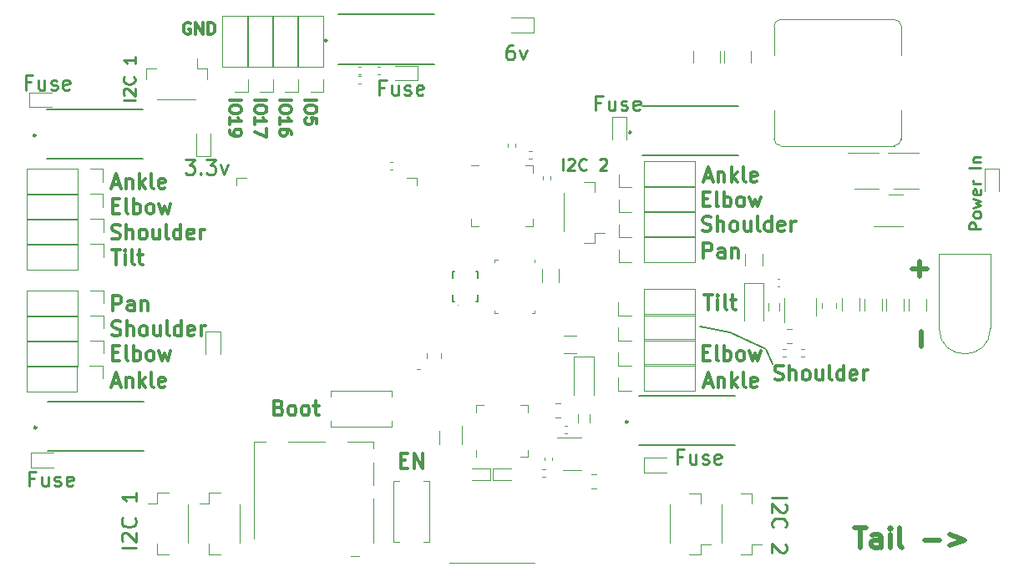
<source format=gbr>
G04 #@! TF.GenerationSoftware,KiCad,Pcbnew,5.1.7-a382d34a8~88~ubuntu18.04.1*
G04 #@! TF.CreationDate,2021-07-04T11:49:53-04:00*
G04 #@! TF.ProjectId,SmallKat v2,536d616c-6c4b-4617-9420-76322e6b6963,rev?*
G04 #@! TF.SameCoordinates,Original*
G04 #@! TF.FileFunction,Legend,Top*
G04 #@! TF.FilePolarity,Positive*
%FSLAX46Y46*%
G04 Gerber Fmt 4.6, Leading zero omitted, Abs format (unit mm)*
G04 Created by KiCad (PCBNEW 5.1.7-a382d34a8~88~ubuntu18.04.1) date 2021-07-04 11:49:53*
%MOMM*%
%LPD*%
G01*
G04 APERTURE LIST*
%ADD10C,0.250000*%
%ADD11C,0.300000*%
%ADD12C,0.500000*%
%ADD13C,0.150000*%
%ADD14C,0.120000*%
%ADD15C,0.127000*%
%ADD16C,0.100000*%
%ADD17C,0.254000*%
%ADD18C,0.200000*%
G04 APERTURE END LIST*
D10*
X79682857Y-90900000D02*
X78482857Y-90900000D01*
X78597142Y-90385714D02*
X78540000Y-90328571D01*
X78482857Y-90214285D01*
X78482857Y-89928571D01*
X78540000Y-89814285D01*
X78597142Y-89757142D01*
X78711428Y-89700000D01*
X78825714Y-89700000D01*
X78997142Y-89757142D01*
X79682857Y-90442857D01*
X79682857Y-89700000D01*
X79568571Y-88500000D02*
X79625714Y-88557142D01*
X79682857Y-88728571D01*
X79682857Y-88842857D01*
X79625714Y-89014285D01*
X79511428Y-89128571D01*
X79397142Y-89185714D01*
X79168571Y-89242857D01*
X78997142Y-89242857D01*
X78768571Y-89185714D01*
X78654285Y-89128571D01*
X78540000Y-89014285D01*
X78482857Y-88842857D01*
X78482857Y-88728571D01*
X78540000Y-88557142D01*
X78597142Y-88500000D01*
X79682857Y-86442857D02*
X79682857Y-87128571D01*
X79682857Y-86785714D02*
X78482857Y-86785714D01*
X78654285Y-86900000D01*
X78768571Y-87014285D01*
X78825714Y-87128571D01*
X123040000Y-98002857D02*
X123040000Y-96802857D01*
X123554285Y-96917142D02*
X123611428Y-96860000D01*
X123725714Y-96802857D01*
X124011428Y-96802857D01*
X124125714Y-96860000D01*
X124182857Y-96917142D01*
X124240000Y-97031428D01*
X124240000Y-97145714D01*
X124182857Y-97317142D01*
X123497142Y-98002857D01*
X124240000Y-98002857D01*
X125440000Y-97888571D02*
X125382857Y-97945714D01*
X125211428Y-98002857D01*
X125097142Y-98002857D01*
X124925714Y-97945714D01*
X124811428Y-97831428D01*
X124754285Y-97717142D01*
X124697142Y-97488571D01*
X124697142Y-97317142D01*
X124754285Y-97088571D01*
X124811428Y-96974285D01*
X124925714Y-96860000D01*
X125097142Y-96802857D01*
X125211428Y-96802857D01*
X125382857Y-96860000D01*
X125440000Y-96917142D01*
X126811428Y-96917142D02*
X126868571Y-96860000D01*
X126982857Y-96802857D01*
X127268571Y-96802857D01*
X127382857Y-96860000D01*
X127440000Y-96917142D01*
X127497142Y-97031428D01*
X127497142Y-97145714D01*
X127440000Y-97317142D01*
X126754285Y-98002857D01*
X127497142Y-98002857D01*
D11*
X89267142Y-90918571D02*
X90467142Y-90918571D01*
X90467142Y-91718571D02*
X90467142Y-91947142D01*
X90410000Y-92061428D01*
X90295714Y-92175714D01*
X90067142Y-92232857D01*
X89667142Y-92232857D01*
X89438571Y-92175714D01*
X89324285Y-92061428D01*
X89267142Y-91947142D01*
X89267142Y-91718571D01*
X89324285Y-91604285D01*
X89438571Y-91490000D01*
X89667142Y-91432857D01*
X90067142Y-91432857D01*
X90295714Y-91490000D01*
X90410000Y-91604285D01*
X90467142Y-91718571D01*
X89267142Y-93375714D02*
X89267142Y-92690000D01*
X89267142Y-93032857D02*
X90467142Y-93032857D01*
X90295714Y-92918571D01*
X90181428Y-92804285D01*
X90124285Y-92690000D01*
X89267142Y-93947142D02*
X89267142Y-94175714D01*
X89324285Y-94290000D01*
X89381428Y-94347142D01*
X89552857Y-94461428D01*
X89781428Y-94518571D01*
X90238571Y-94518571D01*
X90352857Y-94461428D01*
X90410000Y-94404285D01*
X90467142Y-94290000D01*
X90467142Y-94061428D01*
X90410000Y-93947142D01*
X90352857Y-93890000D01*
X90238571Y-93832857D01*
X89952857Y-93832857D01*
X89838571Y-93890000D01*
X89781428Y-93947142D01*
X89724285Y-94061428D01*
X89724285Y-94290000D01*
X89781428Y-94404285D01*
X89838571Y-94461428D01*
X89952857Y-94518571D01*
X91817142Y-90918571D02*
X93017142Y-90918571D01*
X93017142Y-91718571D02*
X93017142Y-91947142D01*
X92960000Y-92061428D01*
X92845714Y-92175714D01*
X92617142Y-92232857D01*
X92217142Y-92232857D01*
X91988571Y-92175714D01*
X91874285Y-92061428D01*
X91817142Y-91947142D01*
X91817142Y-91718571D01*
X91874285Y-91604285D01*
X91988571Y-91490000D01*
X92217142Y-91432857D01*
X92617142Y-91432857D01*
X92845714Y-91490000D01*
X92960000Y-91604285D01*
X93017142Y-91718571D01*
X91817142Y-93375714D02*
X91817142Y-92690000D01*
X91817142Y-93032857D02*
X93017142Y-93032857D01*
X92845714Y-92918571D01*
X92731428Y-92804285D01*
X92674285Y-92690000D01*
X93017142Y-93775714D02*
X93017142Y-94575714D01*
X91817142Y-94061428D01*
X94347142Y-90898571D02*
X95547142Y-90898571D01*
X95547142Y-91698571D02*
X95547142Y-91927142D01*
X95490000Y-92041428D01*
X95375714Y-92155714D01*
X95147142Y-92212857D01*
X94747142Y-92212857D01*
X94518571Y-92155714D01*
X94404285Y-92041428D01*
X94347142Y-91927142D01*
X94347142Y-91698571D01*
X94404285Y-91584285D01*
X94518571Y-91470000D01*
X94747142Y-91412857D01*
X95147142Y-91412857D01*
X95375714Y-91470000D01*
X95490000Y-91584285D01*
X95547142Y-91698571D01*
X94347142Y-93355714D02*
X94347142Y-92670000D01*
X94347142Y-93012857D02*
X95547142Y-93012857D01*
X95375714Y-92898571D01*
X95261428Y-92784285D01*
X95204285Y-92670000D01*
X95547142Y-94384285D02*
X95547142Y-94155714D01*
X95490000Y-94041428D01*
X95432857Y-93984285D01*
X95261428Y-93870000D01*
X95032857Y-93812857D01*
X94575714Y-93812857D01*
X94461428Y-93870000D01*
X94404285Y-93927142D01*
X94347142Y-94041428D01*
X94347142Y-94270000D01*
X94404285Y-94384285D01*
X94461428Y-94441428D01*
X94575714Y-94498571D01*
X94861428Y-94498571D01*
X94975714Y-94441428D01*
X95032857Y-94384285D01*
X95090000Y-94270000D01*
X95090000Y-94041428D01*
X95032857Y-93927142D01*
X94975714Y-93870000D01*
X94861428Y-93812857D01*
X96917142Y-90890000D02*
X98117142Y-90890000D01*
X98117142Y-91690000D02*
X98117142Y-91918571D01*
X98060000Y-92032857D01*
X97945714Y-92147142D01*
X97717142Y-92204285D01*
X97317142Y-92204285D01*
X97088571Y-92147142D01*
X96974285Y-92032857D01*
X96917142Y-91918571D01*
X96917142Y-91690000D01*
X96974285Y-91575714D01*
X97088571Y-91461428D01*
X97317142Y-91404285D01*
X97717142Y-91404285D01*
X97945714Y-91461428D01*
X98060000Y-91575714D01*
X98117142Y-91690000D01*
X98117142Y-93290000D02*
X98117142Y-92718571D01*
X97545714Y-92661428D01*
X97602857Y-92718571D01*
X97660000Y-92832857D01*
X97660000Y-93118571D01*
X97602857Y-93232857D01*
X97545714Y-93290000D01*
X97431428Y-93347142D01*
X97145714Y-93347142D01*
X97031428Y-93290000D01*
X96974285Y-93232857D01*
X96917142Y-93118571D01*
X96917142Y-92832857D01*
X96974285Y-92718571D01*
X97031428Y-92661428D01*
X85265714Y-83060000D02*
X85151428Y-83002857D01*
X84980000Y-83002857D01*
X84808571Y-83060000D01*
X84694285Y-83174285D01*
X84637142Y-83288571D01*
X84580000Y-83517142D01*
X84580000Y-83688571D01*
X84637142Y-83917142D01*
X84694285Y-84031428D01*
X84808571Y-84145714D01*
X84980000Y-84202857D01*
X85094285Y-84202857D01*
X85265714Y-84145714D01*
X85322857Y-84088571D01*
X85322857Y-83688571D01*
X85094285Y-83688571D01*
X85837142Y-84202857D02*
X85837142Y-83002857D01*
X86522857Y-84202857D01*
X86522857Y-83002857D01*
X87094285Y-84202857D02*
X87094285Y-83002857D01*
X87380000Y-83002857D01*
X87551428Y-83060000D01*
X87665714Y-83174285D01*
X87722857Y-83288571D01*
X87780000Y-83517142D01*
X87780000Y-83688571D01*
X87722857Y-83917142D01*
X87665714Y-84031428D01*
X87551428Y-84145714D01*
X87380000Y-84202857D01*
X87094285Y-84202857D01*
D10*
X165422857Y-103957142D02*
X164222857Y-103957142D01*
X164222857Y-103500000D01*
X164280000Y-103385714D01*
X164337142Y-103328571D01*
X164451428Y-103271428D01*
X164622857Y-103271428D01*
X164737142Y-103328571D01*
X164794285Y-103385714D01*
X164851428Y-103500000D01*
X164851428Y-103957142D01*
X165422857Y-102585714D02*
X165365714Y-102700000D01*
X165308571Y-102757142D01*
X165194285Y-102814285D01*
X164851428Y-102814285D01*
X164737142Y-102757142D01*
X164680000Y-102700000D01*
X164622857Y-102585714D01*
X164622857Y-102414285D01*
X164680000Y-102300000D01*
X164737142Y-102242857D01*
X164851428Y-102185714D01*
X165194285Y-102185714D01*
X165308571Y-102242857D01*
X165365714Y-102300000D01*
X165422857Y-102414285D01*
X165422857Y-102585714D01*
X164622857Y-101785714D02*
X165422857Y-101557142D01*
X164851428Y-101328571D01*
X165422857Y-101100000D01*
X164622857Y-100871428D01*
X165365714Y-99957142D02*
X165422857Y-100071428D01*
X165422857Y-100300000D01*
X165365714Y-100414285D01*
X165251428Y-100471428D01*
X164794285Y-100471428D01*
X164680000Y-100414285D01*
X164622857Y-100300000D01*
X164622857Y-100071428D01*
X164680000Y-99957142D01*
X164794285Y-99900000D01*
X164908571Y-99900000D01*
X165022857Y-100471428D01*
X165422857Y-99385714D02*
X164622857Y-99385714D01*
X164851428Y-99385714D02*
X164737142Y-99328571D01*
X164680000Y-99271428D01*
X164622857Y-99157142D01*
X164622857Y-99042857D01*
X165422857Y-97728571D02*
X164222857Y-97728571D01*
X164622857Y-97157142D02*
X165422857Y-97157142D01*
X164737142Y-97157142D02*
X164680000Y-97100000D01*
X164622857Y-96985714D01*
X164622857Y-96814285D01*
X164680000Y-96700000D01*
X164794285Y-96642857D01*
X165422857Y-96642857D01*
D12*
X159412857Y-115881904D02*
X159412857Y-114358095D01*
X158448095Y-107962857D02*
X159971904Y-107962857D01*
X159210000Y-108724761D02*
X159210000Y-107200952D01*
X152605714Y-134224761D02*
X153748571Y-134224761D01*
X153177142Y-136224761D02*
X153177142Y-134224761D01*
X155272380Y-136224761D02*
X155272380Y-135177142D01*
X155177142Y-134986666D01*
X154986666Y-134891428D01*
X154605714Y-134891428D01*
X154415238Y-134986666D01*
X155272380Y-136129523D02*
X155081904Y-136224761D01*
X154605714Y-136224761D01*
X154415238Y-136129523D01*
X154320000Y-135939047D01*
X154320000Y-135748571D01*
X154415238Y-135558095D01*
X154605714Y-135462857D01*
X155081904Y-135462857D01*
X155272380Y-135367619D01*
X156224761Y-136224761D02*
X156224761Y-134891428D01*
X156224761Y-134224761D02*
X156129523Y-134320000D01*
X156224761Y-134415238D01*
X156320000Y-134320000D01*
X156224761Y-134224761D01*
X156224761Y-134415238D01*
X157462857Y-136224761D02*
X157272380Y-136129523D01*
X157177142Y-135939047D01*
X157177142Y-134224761D01*
X159748571Y-135462857D02*
X161272380Y-135462857D01*
X162224761Y-134891428D02*
X163748571Y-135462857D01*
X162224761Y-136034285D01*
D10*
X79808571Y-136250000D02*
X78308571Y-136250000D01*
X78451428Y-135607142D02*
X78380000Y-135535714D01*
X78308571Y-135392857D01*
X78308571Y-135035714D01*
X78380000Y-134892857D01*
X78451428Y-134821428D01*
X78594285Y-134750000D01*
X78737142Y-134750000D01*
X78951428Y-134821428D01*
X79808571Y-135678571D01*
X79808571Y-134750000D01*
X79665714Y-133250000D02*
X79737142Y-133321428D01*
X79808571Y-133535714D01*
X79808571Y-133678571D01*
X79737142Y-133892857D01*
X79594285Y-134035714D01*
X79451428Y-134107142D01*
X79165714Y-134178571D01*
X78951428Y-134178571D01*
X78665714Y-134107142D01*
X78522857Y-134035714D01*
X78380000Y-133892857D01*
X78308571Y-133678571D01*
X78308571Y-133535714D01*
X78380000Y-133321428D01*
X78451428Y-133250000D01*
X79808571Y-130678571D02*
X79808571Y-131535714D01*
X79808571Y-131107142D02*
X78308571Y-131107142D01*
X78522857Y-131250000D01*
X78665714Y-131392857D01*
X78737142Y-131535714D01*
X144231428Y-131190000D02*
X145731428Y-131190000D01*
X145588571Y-131832857D02*
X145660000Y-131904285D01*
X145731428Y-132047142D01*
X145731428Y-132404285D01*
X145660000Y-132547142D01*
X145588571Y-132618571D01*
X145445714Y-132690000D01*
X145302857Y-132690000D01*
X145088571Y-132618571D01*
X144231428Y-131761428D01*
X144231428Y-132690000D01*
X144374285Y-134190000D02*
X144302857Y-134118571D01*
X144231428Y-133904285D01*
X144231428Y-133761428D01*
X144302857Y-133547142D01*
X144445714Y-133404285D01*
X144588571Y-133332857D01*
X144874285Y-133261428D01*
X145088571Y-133261428D01*
X145374285Y-133332857D01*
X145517142Y-133404285D01*
X145660000Y-133547142D01*
X145731428Y-133761428D01*
X145731428Y-133904285D01*
X145660000Y-134118571D01*
X145588571Y-134190000D01*
X145588571Y-135904285D02*
X145660000Y-135975714D01*
X145731428Y-136118571D01*
X145731428Y-136475714D01*
X145660000Y-136618571D01*
X145588571Y-136690000D01*
X145445714Y-136761428D01*
X145302857Y-136761428D01*
X145088571Y-136690000D01*
X144231428Y-135832857D01*
X144231428Y-136761428D01*
D13*
X136900000Y-113850000D02*
X140000000Y-114450000D01*
X140000000Y-114450000D02*
X143650000Y-116100000D01*
X143650000Y-116100000D02*
X144280000Y-117680000D01*
D10*
X126885714Y-91142857D02*
X126385714Y-91142857D01*
X126385714Y-91928571D02*
X126385714Y-90428571D01*
X127100000Y-90428571D01*
X128314285Y-90928571D02*
X128314285Y-91928571D01*
X127671428Y-90928571D02*
X127671428Y-91714285D01*
X127742857Y-91857142D01*
X127885714Y-91928571D01*
X128100000Y-91928571D01*
X128242857Y-91857142D01*
X128314285Y-91785714D01*
X128957142Y-91857142D02*
X129100000Y-91928571D01*
X129385714Y-91928571D01*
X129528571Y-91857142D01*
X129600000Y-91714285D01*
X129600000Y-91642857D01*
X129528571Y-91500000D01*
X129385714Y-91428571D01*
X129171428Y-91428571D01*
X129028571Y-91357142D01*
X128957142Y-91214285D01*
X128957142Y-91142857D01*
X129028571Y-91000000D01*
X129171428Y-90928571D01*
X129385714Y-90928571D01*
X129528571Y-91000000D01*
X130814285Y-91857142D02*
X130671428Y-91928571D01*
X130385714Y-91928571D01*
X130242857Y-91857142D01*
X130171428Y-91714285D01*
X130171428Y-91142857D01*
X130242857Y-91000000D01*
X130385714Y-90928571D01*
X130671428Y-90928571D01*
X130814285Y-91000000D01*
X130885714Y-91142857D01*
X130885714Y-91285714D01*
X130171428Y-91428571D01*
X104935714Y-89592857D02*
X104435714Y-89592857D01*
X104435714Y-90378571D02*
X104435714Y-88878571D01*
X105150000Y-88878571D01*
X106364285Y-89378571D02*
X106364285Y-90378571D01*
X105721428Y-89378571D02*
X105721428Y-90164285D01*
X105792857Y-90307142D01*
X105935714Y-90378571D01*
X106150000Y-90378571D01*
X106292857Y-90307142D01*
X106364285Y-90235714D01*
X107007142Y-90307142D02*
X107150000Y-90378571D01*
X107435714Y-90378571D01*
X107578571Y-90307142D01*
X107650000Y-90164285D01*
X107650000Y-90092857D01*
X107578571Y-89950000D01*
X107435714Y-89878571D01*
X107221428Y-89878571D01*
X107078571Y-89807142D01*
X107007142Y-89664285D01*
X107007142Y-89592857D01*
X107078571Y-89450000D01*
X107221428Y-89378571D01*
X107435714Y-89378571D01*
X107578571Y-89450000D01*
X108864285Y-90307142D02*
X108721428Y-90378571D01*
X108435714Y-90378571D01*
X108292857Y-90307142D01*
X108221428Y-90164285D01*
X108221428Y-89592857D01*
X108292857Y-89450000D01*
X108435714Y-89378571D01*
X108721428Y-89378571D01*
X108864285Y-89450000D01*
X108935714Y-89592857D01*
X108935714Y-89735714D01*
X108221428Y-89878571D01*
X135125714Y-127012857D02*
X134625714Y-127012857D01*
X134625714Y-127798571D02*
X134625714Y-126298571D01*
X135340000Y-126298571D01*
X136554285Y-126798571D02*
X136554285Y-127798571D01*
X135911428Y-126798571D02*
X135911428Y-127584285D01*
X135982857Y-127727142D01*
X136125714Y-127798571D01*
X136340000Y-127798571D01*
X136482857Y-127727142D01*
X136554285Y-127655714D01*
X137197142Y-127727142D02*
X137340000Y-127798571D01*
X137625714Y-127798571D01*
X137768571Y-127727142D01*
X137840000Y-127584285D01*
X137840000Y-127512857D01*
X137768571Y-127370000D01*
X137625714Y-127298571D01*
X137411428Y-127298571D01*
X137268571Y-127227142D01*
X137197142Y-127084285D01*
X137197142Y-127012857D01*
X137268571Y-126870000D01*
X137411428Y-126798571D01*
X137625714Y-126798571D01*
X137768571Y-126870000D01*
X139054285Y-127727142D02*
X138911428Y-127798571D01*
X138625714Y-127798571D01*
X138482857Y-127727142D01*
X138411428Y-127584285D01*
X138411428Y-127012857D01*
X138482857Y-126870000D01*
X138625714Y-126798571D01*
X138911428Y-126798571D01*
X139054285Y-126870000D01*
X139125714Y-127012857D01*
X139125714Y-127155714D01*
X138411428Y-127298571D01*
X69435714Y-129242857D02*
X68935714Y-129242857D01*
X68935714Y-130028571D02*
X68935714Y-128528571D01*
X69650000Y-128528571D01*
X70864285Y-129028571D02*
X70864285Y-130028571D01*
X70221428Y-129028571D02*
X70221428Y-129814285D01*
X70292857Y-129957142D01*
X70435714Y-130028571D01*
X70650000Y-130028571D01*
X70792857Y-129957142D01*
X70864285Y-129885714D01*
X71507142Y-129957142D02*
X71650000Y-130028571D01*
X71935714Y-130028571D01*
X72078571Y-129957142D01*
X72150000Y-129814285D01*
X72150000Y-129742857D01*
X72078571Y-129600000D01*
X71935714Y-129528571D01*
X71721428Y-129528571D01*
X71578571Y-129457142D01*
X71507142Y-129314285D01*
X71507142Y-129242857D01*
X71578571Y-129100000D01*
X71721428Y-129028571D01*
X71935714Y-129028571D01*
X72078571Y-129100000D01*
X73364285Y-129957142D02*
X73221428Y-130028571D01*
X72935714Y-130028571D01*
X72792857Y-129957142D01*
X72721428Y-129814285D01*
X72721428Y-129242857D01*
X72792857Y-129100000D01*
X72935714Y-129028571D01*
X73221428Y-129028571D01*
X73364285Y-129100000D01*
X73435714Y-129242857D01*
X73435714Y-129385714D01*
X72721428Y-129528571D01*
X69085714Y-89042857D02*
X68585714Y-89042857D01*
X68585714Y-89828571D02*
X68585714Y-88328571D01*
X69300000Y-88328571D01*
X70514285Y-88828571D02*
X70514285Y-89828571D01*
X69871428Y-88828571D02*
X69871428Y-89614285D01*
X69942857Y-89757142D01*
X70085714Y-89828571D01*
X70300000Y-89828571D01*
X70442857Y-89757142D01*
X70514285Y-89685714D01*
X71157142Y-89757142D02*
X71300000Y-89828571D01*
X71585714Y-89828571D01*
X71728571Y-89757142D01*
X71800000Y-89614285D01*
X71800000Y-89542857D01*
X71728571Y-89400000D01*
X71585714Y-89328571D01*
X71371428Y-89328571D01*
X71228571Y-89257142D01*
X71157142Y-89114285D01*
X71157142Y-89042857D01*
X71228571Y-88900000D01*
X71371428Y-88828571D01*
X71585714Y-88828571D01*
X71728571Y-88900000D01*
X73014285Y-89757142D02*
X72871428Y-89828571D01*
X72585714Y-89828571D01*
X72442857Y-89757142D01*
X72371428Y-89614285D01*
X72371428Y-89042857D01*
X72442857Y-88900000D01*
X72585714Y-88828571D01*
X72871428Y-88828571D01*
X73014285Y-88900000D01*
X73085714Y-89042857D01*
X73085714Y-89185714D01*
X72371428Y-89328571D01*
X84777142Y-96918571D02*
X85705714Y-96918571D01*
X85205714Y-97490000D01*
X85420000Y-97490000D01*
X85562857Y-97561428D01*
X85634285Y-97632857D01*
X85705714Y-97775714D01*
X85705714Y-98132857D01*
X85634285Y-98275714D01*
X85562857Y-98347142D01*
X85420000Y-98418571D01*
X84991428Y-98418571D01*
X84848571Y-98347142D01*
X84777142Y-98275714D01*
X86348571Y-98275714D02*
X86420000Y-98347142D01*
X86348571Y-98418571D01*
X86277142Y-98347142D01*
X86348571Y-98275714D01*
X86348571Y-98418571D01*
X86920000Y-96918571D02*
X87848571Y-96918571D01*
X87348571Y-97490000D01*
X87562857Y-97490000D01*
X87705714Y-97561428D01*
X87777142Y-97632857D01*
X87848571Y-97775714D01*
X87848571Y-98132857D01*
X87777142Y-98275714D01*
X87705714Y-98347142D01*
X87562857Y-98418571D01*
X87134285Y-98418571D01*
X86991428Y-98347142D01*
X86920000Y-98275714D01*
X88348571Y-97418571D02*
X88705714Y-98418571D01*
X89062857Y-97418571D01*
X118014285Y-85278571D02*
X117728571Y-85278571D01*
X117585714Y-85350000D01*
X117514285Y-85421428D01*
X117371428Y-85635714D01*
X117300000Y-85921428D01*
X117300000Y-86492857D01*
X117371428Y-86635714D01*
X117442857Y-86707142D01*
X117585714Y-86778571D01*
X117871428Y-86778571D01*
X118014285Y-86707142D01*
X118085714Y-86635714D01*
X118157142Y-86492857D01*
X118157142Y-86135714D01*
X118085714Y-85992857D01*
X118014285Y-85921428D01*
X117871428Y-85850000D01*
X117585714Y-85850000D01*
X117442857Y-85921428D01*
X117371428Y-85992857D01*
X117300000Y-86135714D01*
X118657142Y-85778571D02*
X119014285Y-86778571D01*
X119371428Y-85778571D01*
D11*
X94271428Y-122052857D02*
X94485714Y-122124285D01*
X94557142Y-122195714D01*
X94628571Y-122338571D01*
X94628571Y-122552857D01*
X94557142Y-122695714D01*
X94485714Y-122767142D01*
X94342857Y-122838571D01*
X93771428Y-122838571D01*
X93771428Y-121338571D01*
X94271428Y-121338571D01*
X94414285Y-121410000D01*
X94485714Y-121481428D01*
X94557142Y-121624285D01*
X94557142Y-121767142D01*
X94485714Y-121910000D01*
X94414285Y-121981428D01*
X94271428Y-122052857D01*
X93771428Y-122052857D01*
X95485714Y-122838571D02*
X95342857Y-122767142D01*
X95271428Y-122695714D01*
X95200000Y-122552857D01*
X95200000Y-122124285D01*
X95271428Y-121981428D01*
X95342857Y-121910000D01*
X95485714Y-121838571D01*
X95700000Y-121838571D01*
X95842857Y-121910000D01*
X95914285Y-121981428D01*
X95985714Y-122124285D01*
X95985714Y-122552857D01*
X95914285Y-122695714D01*
X95842857Y-122767142D01*
X95700000Y-122838571D01*
X95485714Y-122838571D01*
X96842857Y-122838571D02*
X96700000Y-122767142D01*
X96628571Y-122695714D01*
X96557142Y-122552857D01*
X96557142Y-122124285D01*
X96628571Y-121981428D01*
X96700000Y-121910000D01*
X96842857Y-121838571D01*
X97057142Y-121838571D01*
X97200000Y-121910000D01*
X97271428Y-121981428D01*
X97342857Y-122124285D01*
X97342857Y-122552857D01*
X97271428Y-122695714D01*
X97200000Y-122767142D01*
X97057142Y-122838571D01*
X96842857Y-122838571D01*
X97771428Y-121838571D02*
X98342857Y-121838571D01*
X97985714Y-121338571D02*
X97985714Y-122624285D01*
X98057142Y-122767142D01*
X98200000Y-122838571D01*
X98342857Y-122838571D01*
X106588857Y-127400857D02*
X107088857Y-127400857D01*
X107303142Y-128186571D02*
X106588857Y-128186571D01*
X106588857Y-126686571D01*
X107303142Y-126686571D01*
X107946000Y-128186571D02*
X107946000Y-126686571D01*
X108803142Y-128186571D01*
X108803142Y-126686571D01*
X77450000Y-112228571D02*
X77450000Y-110728571D01*
X78021428Y-110728571D01*
X78164285Y-110800000D01*
X78235714Y-110871428D01*
X78307142Y-111014285D01*
X78307142Y-111228571D01*
X78235714Y-111371428D01*
X78164285Y-111442857D01*
X78021428Y-111514285D01*
X77450000Y-111514285D01*
X79592857Y-112228571D02*
X79592857Y-111442857D01*
X79521428Y-111300000D01*
X79378571Y-111228571D01*
X79092857Y-111228571D01*
X78950000Y-111300000D01*
X79592857Y-112157142D02*
X79450000Y-112228571D01*
X79092857Y-112228571D01*
X78950000Y-112157142D01*
X78878571Y-112014285D01*
X78878571Y-111871428D01*
X78950000Y-111728571D01*
X79092857Y-111657142D01*
X79450000Y-111657142D01*
X79592857Y-111585714D01*
X80307142Y-111228571D02*
X80307142Y-112228571D01*
X80307142Y-111371428D02*
X80378571Y-111300000D01*
X80521428Y-111228571D01*
X80735714Y-111228571D01*
X80878571Y-111300000D01*
X80950000Y-111442857D01*
X80950000Y-112228571D01*
X77292857Y-106028571D02*
X78150000Y-106028571D01*
X77721428Y-107528571D02*
X77721428Y-106028571D01*
X78650000Y-107528571D02*
X78650000Y-106528571D01*
X78650000Y-106028571D02*
X78578571Y-106100000D01*
X78650000Y-106171428D01*
X78721428Y-106100000D01*
X78650000Y-106028571D01*
X78650000Y-106171428D01*
X79578571Y-107528571D02*
X79435714Y-107457142D01*
X79364285Y-107314285D01*
X79364285Y-106028571D01*
X79935714Y-106528571D02*
X80507142Y-106528571D01*
X80150000Y-106028571D02*
X80150000Y-107314285D01*
X80221428Y-107457142D01*
X80364285Y-107528571D01*
X80507142Y-107528571D01*
X137392857Y-110628571D02*
X138250000Y-110628571D01*
X137821428Y-112128571D02*
X137821428Y-110628571D01*
X138750000Y-112128571D02*
X138750000Y-111128571D01*
X138750000Y-110628571D02*
X138678571Y-110700000D01*
X138750000Y-110771428D01*
X138821428Y-110700000D01*
X138750000Y-110628571D01*
X138750000Y-110771428D01*
X139678571Y-112128571D02*
X139535714Y-112057142D01*
X139464285Y-111914285D01*
X139464285Y-110628571D01*
X140035714Y-111128571D02*
X140607142Y-111128571D01*
X140250000Y-110628571D02*
X140250000Y-111914285D01*
X140321428Y-112057142D01*
X140464285Y-112128571D01*
X140607142Y-112128571D01*
X137300000Y-106878571D02*
X137300000Y-105378571D01*
X137871428Y-105378571D01*
X138014285Y-105450000D01*
X138085714Y-105521428D01*
X138157142Y-105664285D01*
X138157142Y-105878571D01*
X138085714Y-106021428D01*
X138014285Y-106092857D01*
X137871428Y-106164285D01*
X137300000Y-106164285D01*
X139442857Y-106878571D02*
X139442857Y-106092857D01*
X139371428Y-105950000D01*
X139228571Y-105878571D01*
X138942857Y-105878571D01*
X138800000Y-105950000D01*
X139442857Y-106807142D02*
X139300000Y-106878571D01*
X138942857Y-106878571D01*
X138800000Y-106807142D01*
X138728571Y-106664285D01*
X138728571Y-106521428D01*
X138800000Y-106378571D01*
X138942857Y-106307142D01*
X139300000Y-106307142D01*
X139442857Y-106235714D01*
X140157142Y-105878571D02*
X140157142Y-106878571D01*
X140157142Y-106021428D02*
X140228571Y-105950000D01*
X140371428Y-105878571D01*
X140585714Y-105878571D01*
X140728571Y-105950000D01*
X140800000Y-106092857D01*
X140800000Y-106878571D01*
X144527142Y-119197142D02*
X144741428Y-119268571D01*
X145098571Y-119268571D01*
X145241428Y-119197142D01*
X145312857Y-119125714D01*
X145384285Y-118982857D01*
X145384285Y-118840000D01*
X145312857Y-118697142D01*
X145241428Y-118625714D01*
X145098571Y-118554285D01*
X144812857Y-118482857D01*
X144670000Y-118411428D01*
X144598571Y-118340000D01*
X144527142Y-118197142D01*
X144527142Y-118054285D01*
X144598571Y-117911428D01*
X144670000Y-117840000D01*
X144812857Y-117768571D01*
X145170000Y-117768571D01*
X145384285Y-117840000D01*
X146027142Y-119268571D02*
X146027142Y-117768571D01*
X146670000Y-119268571D02*
X146670000Y-118482857D01*
X146598571Y-118340000D01*
X146455714Y-118268571D01*
X146241428Y-118268571D01*
X146098571Y-118340000D01*
X146027142Y-118411428D01*
X147598571Y-119268571D02*
X147455714Y-119197142D01*
X147384285Y-119125714D01*
X147312857Y-118982857D01*
X147312857Y-118554285D01*
X147384285Y-118411428D01*
X147455714Y-118340000D01*
X147598571Y-118268571D01*
X147812857Y-118268571D01*
X147955714Y-118340000D01*
X148027142Y-118411428D01*
X148098571Y-118554285D01*
X148098571Y-118982857D01*
X148027142Y-119125714D01*
X147955714Y-119197142D01*
X147812857Y-119268571D01*
X147598571Y-119268571D01*
X149384285Y-118268571D02*
X149384285Y-119268571D01*
X148741428Y-118268571D02*
X148741428Y-119054285D01*
X148812857Y-119197142D01*
X148955714Y-119268571D01*
X149170000Y-119268571D01*
X149312857Y-119197142D01*
X149384285Y-119125714D01*
X150312857Y-119268571D02*
X150170000Y-119197142D01*
X150098571Y-119054285D01*
X150098571Y-117768571D01*
X151527142Y-119268571D02*
X151527142Y-117768571D01*
X151527142Y-119197142D02*
X151384285Y-119268571D01*
X151098571Y-119268571D01*
X150955714Y-119197142D01*
X150884285Y-119125714D01*
X150812857Y-118982857D01*
X150812857Y-118554285D01*
X150884285Y-118411428D01*
X150955714Y-118340000D01*
X151098571Y-118268571D01*
X151384285Y-118268571D01*
X151527142Y-118340000D01*
X152812857Y-119197142D02*
X152670000Y-119268571D01*
X152384285Y-119268571D01*
X152241428Y-119197142D01*
X152170000Y-119054285D01*
X152170000Y-118482857D01*
X152241428Y-118340000D01*
X152384285Y-118268571D01*
X152670000Y-118268571D01*
X152812857Y-118340000D01*
X152884285Y-118482857D01*
X152884285Y-118625714D01*
X152170000Y-118768571D01*
X153527142Y-119268571D02*
X153527142Y-118268571D01*
X153527142Y-118554285D02*
X153598571Y-118411428D01*
X153670000Y-118340000D01*
X153812857Y-118268571D01*
X153955714Y-118268571D01*
X137207142Y-104107142D02*
X137421428Y-104178571D01*
X137778571Y-104178571D01*
X137921428Y-104107142D01*
X137992857Y-104035714D01*
X138064285Y-103892857D01*
X138064285Y-103750000D01*
X137992857Y-103607142D01*
X137921428Y-103535714D01*
X137778571Y-103464285D01*
X137492857Y-103392857D01*
X137350000Y-103321428D01*
X137278571Y-103250000D01*
X137207142Y-103107142D01*
X137207142Y-102964285D01*
X137278571Y-102821428D01*
X137350000Y-102750000D01*
X137492857Y-102678571D01*
X137850000Y-102678571D01*
X138064285Y-102750000D01*
X138707142Y-104178571D02*
X138707142Y-102678571D01*
X139350000Y-104178571D02*
X139350000Y-103392857D01*
X139278571Y-103250000D01*
X139135714Y-103178571D01*
X138921428Y-103178571D01*
X138778571Y-103250000D01*
X138707142Y-103321428D01*
X140278571Y-104178571D02*
X140135714Y-104107142D01*
X140064285Y-104035714D01*
X139992857Y-103892857D01*
X139992857Y-103464285D01*
X140064285Y-103321428D01*
X140135714Y-103250000D01*
X140278571Y-103178571D01*
X140492857Y-103178571D01*
X140635714Y-103250000D01*
X140707142Y-103321428D01*
X140778571Y-103464285D01*
X140778571Y-103892857D01*
X140707142Y-104035714D01*
X140635714Y-104107142D01*
X140492857Y-104178571D01*
X140278571Y-104178571D01*
X142064285Y-103178571D02*
X142064285Y-104178571D01*
X141421428Y-103178571D02*
X141421428Y-103964285D01*
X141492857Y-104107142D01*
X141635714Y-104178571D01*
X141850000Y-104178571D01*
X141992857Y-104107142D01*
X142064285Y-104035714D01*
X142992857Y-104178571D02*
X142850000Y-104107142D01*
X142778571Y-103964285D01*
X142778571Y-102678571D01*
X144207142Y-104178571D02*
X144207142Y-102678571D01*
X144207142Y-104107142D02*
X144064285Y-104178571D01*
X143778571Y-104178571D01*
X143635714Y-104107142D01*
X143564285Y-104035714D01*
X143492857Y-103892857D01*
X143492857Y-103464285D01*
X143564285Y-103321428D01*
X143635714Y-103250000D01*
X143778571Y-103178571D01*
X144064285Y-103178571D01*
X144207142Y-103250000D01*
X145492857Y-104107142D02*
X145350000Y-104178571D01*
X145064285Y-104178571D01*
X144921428Y-104107142D01*
X144850000Y-103964285D01*
X144850000Y-103392857D01*
X144921428Y-103250000D01*
X145064285Y-103178571D01*
X145350000Y-103178571D01*
X145492857Y-103250000D01*
X145564285Y-103392857D01*
X145564285Y-103535714D01*
X144850000Y-103678571D01*
X146207142Y-104178571D02*
X146207142Y-103178571D01*
X146207142Y-103464285D02*
X146278571Y-103321428D01*
X146350000Y-103250000D01*
X146492857Y-103178571D01*
X146635714Y-103178571D01*
X77357142Y-114707142D02*
X77571428Y-114778571D01*
X77928571Y-114778571D01*
X78071428Y-114707142D01*
X78142857Y-114635714D01*
X78214285Y-114492857D01*
X78214285Y-114350000D01*
X78142857Y-114207142D01*
X78071428Y-114135714D01*
X77928571Y-114064285D01*
X77642857Y-113992857D01*
X77500000Y-113921428D01*
X77428571Y-113850000D01*
X77357142Y-113707142D01*
X77357142Y-113564285D01*
X77428571Y-113421428D01*
X77500000Y-113350000D01*
X77642857Y-113278571D01*
X78000000Y-113278571D01*
X78214285Y-113350000D01*
X78857142Y-114778571D02*
X78857142Y-113278571D01*
X79500000Y-114778571D02*
X79500000Y-113992857D01*
X79428571Y-113850000D01*
X79285714Y-113778571D01*
X79071428Y-113778571D01*
X78928571Y-113850000D01*
X78857142Y-113921428D01*
X80428571Y-114778571D02*
X80285714Y-114707142D01*
X80214285Y-114635714D01*
X80142857Y-114492857D01*
X80142857Y-114064285D01*
X80214285Y-113921428D01*
X80285714Y-113850000D01*
X80428571Y-113778571D01*
X80642857Y-113778571D01*
X80785714Y-113850000D01*
X80857142Y-113921428D01*
X80928571Y-114064285D01*
X80928571Y-114492857D01*
X80857142Y-114635714D01*
X80785714Y-114707142D01*
X80642857Y-114778571D01*
X80428571Y-114778571D01*
X82214285Y-113778571D02*
X82214285Y-114778571D01*
X81571428Y-113778571D02*
X81571428Y-114564285D01*
X81642857Y-114707142D01*
X81785714Y-114778571D01*
X82000000Y-114778571D01*
X82142857Y-114707142D01*
X82214285Y-114635714D01*
X83142857Y-114778571D02*
X83000000Y-114707142D01*
X82928571Y-114564285D01*
X82928571Y-113278571D01*
X84357142Y-114778571D02*
X84357142Y-113278571D01*
X84357142Y-114707142D02*
X84214285Y-114778571D01*
X83928571Y-114778571D01*
X83785714Y-114707142D01*
X83714285Y-114635714D01*
X83642857Y-114492857D01*
X83642857Y-114064285D01*
X83714285Y-113921428D01*
X83785714Y-113850000D01*
X83928571Y-113778571D01*
X84214285Y-113778571D01*
X84357142Y-113850000D01*
X85642857Y-114707142D02*
X85500000Y-114778571D01*
X85214285Y-114778571D01*
X85071428Y-114707142D01*
X85000000Y-114564285D01*
X85000000Y-113992857D01*
X85071428Y-113850000D01*
X85214285Y-113778571D01*
X85500000Y-113778571D01*
X85642857Y-113850000D01*
X85714285Y-113992857D01*
X85714285Y-114135714D01*
X85000000Y-114278571D01*
X86357142Y-114778571D02*
X86357142Y-113778571D01*
X86357142Y-114064285D02*
X86428571Y-113921428D01*
X86500000Y-113850000D01*
X86642857Y-113778571D01*
X86785714Y-113778571D01*
X77307142Y-104907142D02*
X77521428Y-104978571D01*
X77878571Y-104978571D01*
X78021428Y-104907142D01*
X78092857Y-104835714D01*
X78164285Y-104692857D01*
X78164285Y-104550000D01*
X78092857Y-104407142D01*
X78021428Y-104335714D01*
X77878571Y-104264285D01*
X77592857Y-104192857D01*
X77450000Y-104121428D01*
X77378571Y-104050000D01*
X77307142Y-103907142D01*
X77307142Y-103764285D01*
X77378571Y-103621428D01*
X77450000Y-103550000D01*
X77592857Y-103478571D01*
X77950000Y-103478571D01*
X78164285Y-103550000D01*
X78807142Y-104978571D02*
X78807142Y-103478571D01*
X79450000Y-104978571D02*
X79450000Y-104192857D01*
X79378571Y-104050000D01*
X79235714Y-103978571D01*
X79021428Y-103978571D01*
X78878571Y-104050000D01*
X78807142Y-104121428D01*
X80378571Y-104978571D02*
X80235714Y-104907142D01*
X80164285Y-104835714D01*
X80092857Y-104692857D01*
X80092857Y-104264285D01*
X80164285Y-104121428D01*
X80235714Y-104050000D01*
X80378571Y-103978571D01*
X80592857Y-103978571D01*
X80735714Y-104050000D01*
X80807142Y-104121428D01*
X80878571Y-104264285D01*
X80878571Y-104692857D01*
X80807142Y-104835714D01*
X80735714Y-104907142D01*
X80592857Y-104978571D01*
X80378571Y-104978571D01*
X82164285Y-103978571D02*
X82164285Y-104978571D01*
X81521428Y-103978571D02*
X81521428Y-104764285D01*
X81592857Y-104907142D01*
X81735714Y-104978571D01*
X81950000Y-104978571D01*
X82092857Y-104907142D01*
X82164285Y-104835714D01*
X83092857Y-104978571D02*
X82950000Y-104907142D01*
X82878571Y-104764285D01*
X82878571Y-103478571D01*
X84307142Y-104978571D02*
X84307142Y-103478571D01*
X84307142Y-104907142D02*
X84164285Y-104978571D01*
X83878571Y-104978571D01*
X83735714Y-104907142D01*
X83664285Y-104835714D01*
X83592857Y-104692857D01*
X83592857Y-104264285D01*
X83664285Y-104121428D01*
X83735714Y-104050000D01*
X83878571Y-103978571D01*
X84164285Y-103978571D01*
X84307142Y-104050000D01*
X85592857Y-104907142D02*
X85450000Y-104978571D01*
X85164285Y-104978571D01*
X85021428Y-104907142D01*
X84950000Y-104764285D01*
X84950000Y-104192857D01*
X85021428Y-104050000D01*
X85164285Y-103978571D01*
X85450000Y-103978571D01*
X85592857Y-104050000D01*
X85664285Y-104192857D01*
X85664285Y-104335714D01*
X84950000Y-104478571D01*
X86307142Y-104978571D02*
X86307142Y-103978571D01*
X86307142Y-104264285D02*
X86378571Y-104121428D01*
X86450000Y-104050000D01*
X86592857Y-103978571D01*
X86735714Y-103978571D01*
X77392857Y-101592857D02*
X77892857Y-101592857D01*
X78107142Y-102378571D02*
X77392857Y-102378571D01*
X77392857Y-100878571D01*
X78107142Y-100878571D01*
X78964285Y-102378571D02*
X78821428Y-102307142D01*
X78750000Y-102164285D01*
X78750000Y-100878571D01*
X79535714Y-102378571D02*
X79535714Y-100878571D01*
X79535714Y-101450000D02*
X79678571Y-101378571D01*
X79964285Y-101378571D01*
X80107142Y-101450000D01*
X80178571Y-101521428D01*
X80250000Y-101664285D01*
X80250000Y-102092857D01*
X80178571Y-102235714D01*
X80107142Y-102307142D01*
X79964285Y-102378571D01*
X79678571Y-102378571D01*
X79535714Y-102307142D01*
X81107142Y-102378571D02*
X80964285Y-102307142D01*
X80892857Y-102235714D01*
X80821428Y-102092857D01*
X80821428Y-101664285D01*
X80892857Y-101521428D01*
X80964285Y-101450000D01*
X81107142Y-101378571D01*
X81321428Y-101378571D01*
X81464285Y-101450000D01*
X81535714Y-101521428D01*
X81607142Y-101664285D01*
X81607142Y-102092857D01*
X81535714Y-102235714D01*
X81464285Y-102307142D01*
X81321428Y-102378571D01*
X81107142Y-102378571D01*
X82107142Y-101378571D02*
X82392857Y-102378571D01*
X82678571Y-101664285D01*
X82964285Y-102378571D01*
X83250000Y-101378571D01*
X77392857Y-116492857D02*
X77892857Y-116492857D01*
X78107142Y-117278571D02*
X77392857Y-117278571D01*
X77392857Y-115778571D01*
X78107142Y-115778571D01*
X78964285Y-117278571D02*
X78821428Y-117207142D01*
X78750000Y-117064285D01*
X78750000Y-115778571D01*
X79535714Y-117278571D02*
X79535714Y-115778571D01*
X79535714Y-116350000D02*
X79678571Y-116278571D01*
X79964285Y-116278571D01*
X80107142Y-116350000D01*
X80178571Y-116421428D01*
X80250000Y-116564285D01*
X80250000Y-116992857D01*
X80178571Y-117135714D01*
X80107142Y-117207142D01*
X79964285Y-117278571D01*
X79678571Y-117278571D01*
X79535714Y-117207142D01*
X81107142Y-117278571D02*
X80964285Y-117207142D01*
X80892857Y-117135714D01*
X80821428Y-116992857D01*
X80821428Y-116564285D01*
X80892857Y-116421428D01*
X80964285Y-116350000D01*
X81107142Y-116278571D01*
X81321428Y-116278571D01*
X81464285Y-116350000D01*
X81535714Y-116421428D01*
X81607142Y-116564285D01*
X81607142Y-116992857D01*
X81535714Y-117135714D01*
X81464285Y-117207142D01*
X81321428Y-117278571D01*
X81107142Y-117278571D01*
X82107142Y-116278571D02*
X82392857Y-117278571D01*
X82678571Y-116564285D01*
X82964285Y-117278571D01*
X83250000Y-116278571D01*
X137242857Y-116492857D02*
X137742857Y-116492857D01*
X137957142Y-117278571D02*
X137242857Y-117278571D01*
X137242857Y-115778571D01*
X137957142Y-115778571D01*
X138814285Y-117278571D02*
X138671428Y-117207142D01*
X138600000Y-117064285D01*
X138600000Y-115778571D01*
X139385714Y-117278571D02*
X139385714Y-115778571D01*
X139385714Y-116350000D02*
X139528571Y-116278571D01*
X139814285Y-116278571D01*
X139957142Y-116350000D01*
X140028571Y-116421428D01*
X140100000Y-116564285D01*
X140100000Y-116992857D01*
X140028571Y-117135714D01*
X139957142Y-117207142D01*
X139814285Y-117278571D01*
X139528571Y-117278571D01*
X139385714Y-117207142D01*
X140957142Y-117278571D02*
X140814285Y-117207142D01*
X140742857Y-117135714D01*
X140671428Y-116992857D01*
X140671428Y-116564285D01*
X140742857Y-116421428D01*
X140814285Y-116350000D01*
X140957142Y-116278571D01*
X141171428Y-116278571D01*
X141314285Y-116350000D01*
X141385714Y-116421428D01*
X141457142Y-116564285D01*
X141457142Y-116992857D01*
X141385714Y-117135714D01*
X141314285Y-117207142D01*
X141171428Y-117278571D01*
X140957142Y-117278571D01*
X141957142Y-116278571D02*
X142242857Y-117278571D01*
X142528571Y-116564285D01*
X142814285Y-117278571D01*
X143100000Y-116278571D01*
X137242857Y-100892857D02*
X137742857Y-100892857D01*
X137957142Y-101678571D02*
X137242857Y-101678571D01*
X137242857Y-100178571D01*
X137957142Y-100178571D01*
X138814285Y-101678571D02*
X138671428Y-101607142D01*
X138600000Y-101464285D01*
X138600000Y-100178571D01*
X139385714Y-101678571D02*
X139385714Y-100178571D01*
X139385714Y-100750000D02*
X139528571Y-100678571D01*
X139814285Y-100678571D01*
X139957142Y-100750000D01*
X140028571Y-100821428D01*
X140100000Y-100964285D01*
X140100000Y-101392857D01*
X140028571Y-101535714D01*
X139957142Y-101607142D01*
X139814285Y-101678571D01*
X139528571Y-101678571D01*
X139385714Y-101607142D01*
X140957142Y-101678571D02*
X140814285Y-101607142D01*
X140742857Y-101535714D01*
X140671428Y-101392857D01*
X140671428Y-100964285D01*
X140742857Y-100821428D01*
X140814285Y-100750000D01*
X140957142Y-100678571D01*
X141171428Y-100678571D01*
X141314285Y-100750000D01*
X141385714Y-100821428D01*
X141457142Y-100964285D01*
X141457142Y-101392857D01*
X141385714Y-101535714D01*
X141314285Y-101607142D01*
X141171428Y-101678571D01*
X140957142Y-101678571D01*
X141957142Y-100678571D02*
X142242857Y-101678571D01*
X142528571Y-100964285D01*
X142814285Y-101678571D01*
X143100000Y-100678571D01*
X137421428Y-98750000D02*
X138135714Y-98750000D01*
X137278571Y-99178571D02*
X137778571Y-97678571D01*
X138278571Y-99178571D01*
X138778571Y-98178571D02*
X138778571Y-99178571D01*
X138778571Y-98321428D02*
X138850000Y-98250000D01*
X138992857Y-98178571D01*
X139207142Y-98178571D01*
X139350000Y-98250000D01*
X139421428Y-98392857D01*
X139421428Y-99178571D01*
X140135714Y-99178571D02*
X140135714Y-97678571D01*
X140278571Y-98607142D02*
X140707142Y-99178571D01*
X140707142Y-98178571D02*
X140135714Y-98750000D01*
X141564285Y-99178571D02*
X141421428Y-99107142D01*
X141350000Y-98964285D01*
X141350000Y-97678571D01*
X142707142Y-99107142D02*
X142564285Y-99178571D01*
X142278571Y-99178571D01*
X142135714Y-99107142D01*
X142064285Y-98964285D01*
X142064285Y-98392857D01*
X142135714Y-98250000D01*
X142278571Y-98178571D01*
X142564285Y-98178571D01*
X142707142Y-98250000D01*
X142778571Y-98392857D01*
X142778571Y-98535714D01*
X142064285Y-98678571D01*
X137421428Y-119550000D02*
X138135714Y-119550000D01*
X137278571Y-119978571D02*
X137778571Y-118478571D01*
X138278571Y-119978571D01*
X138778571Y-118978571D02*
X138778571Y-119978571D01*
X138778571Y-119121428D02*
X138850000Y-119050000D01*
X138992857Y-118978571D01*
X139207142Y-118978571D01*
X139350000Y-119050000D01*
X139421428Y-119192857D01*
X139421428Y-119978571D01*
X140135714Y-119978571D02*
X140135714Y-118478571D01*
X140278571Y-119407142D02*
X140707142Y-119978571D01*
X140707142Y-118978571D02*
X140135714Y-119550000D01*
X141564285Y-119978571D02*
X141421428Y-119907142D01*
X141350000Y-119764285D01*
X141350000Y-118478571D01*
X142707142Y-119907142D02*
X142564285Y-119978571D01*
X142278571Y-119978571D01*
X142135714Y-119907142D01*
X142064285Y-119764285D01*
X142064285Y-119192857D01*
X142135714Y-119050000D01*
X142278571Y-118978571D01*
X142564285Y-118978571D01*
X142707142Y-119050000D01*
X142778571Y-119192857D01*
X142778571Y-119335714D01*
X142064285Y-119478571D01*
X77421428Y-119550000D02*
X78135714Y-119550000D01*
X77278571Y-119978571D02*
X77778571Y-118478571D01*
X78278571Y-119978571D01*
X78778571Y-118978571D02*
X78778571Y-119978571D01*
X78778571Y-119121428D02*
X78850000Y-119050000D01*
X78992857Y-118978571D01*
X79207142Y-118978571D01*
X79350000Y-119050000D01*
X79421428Y-119192857D01*
X79421428Y-119978571D01*
X80135714Y-119978571D02*
X80135714Y-118478571D01*
X80278571Y-119407142D02*
X80707142Y-119978571D01*
X80707142Y-118978571D02*
X80135714Y-119550000D01*
X81564285Y-119978571D02*
X81421428Y-119907142D01*
X81350000Y-119764285D01*
X81350000Y-118478571D01*
X82707142Y-119907142D02*
X82564285Y-119978571D01*
X82278571Y-119978571D01*
X82135714Y-119907142D01*
X82064285Y-119764285D01*
X82064285Y-119192857D01*
X82135714Y-119050000D01*
X82278571Y-118978571D01*
X82564285Y-118978571D01*
X82707142Y-119050000D01*
X82778571Y-119192857D01*
X82778571Y-119335714D01*
X82064285Y-119478571D01*
X77421428Y-99400000D02*
X78135714Y-99400000D01*
X77278571Y-99828571D02*
X77778571Y-98328571D01*
X78278571Y-99828571D01*
X78778571Y-98828571D02*
X78778571Y-99828571D01*
X78778571Y-98971428D02*
X78850000Y-98900000D01*
X78992857Y-98828571D01*
X79207142Y-98828571D01*
X79350000Y-98900000D01*
X79421428Y-99042857D01*
X79421428Y-99828571D01*
X80135714Y-99828571D02*
X80135714Y-98328571D01*
X80278571Y-99257142D02*
X80707142Y-99828571D01*
X80707142Y-98828571D02*
X80135714Y-99400000D01*
X81564285Y-99828571D02*
X81421428Y-99757142D01*
X81350000Y-99614285D01*
X81350000Y-98328571D01*
X82707142Y-99757142D02*
X82564285Y-99828571D01*
X82278571Y-99828571D01*
X82135714Y-99757142D01*
X82064285Y-99614285D01*
X82064285Y-99042857D01*
X82135714Y-98900000D01*
X82278571Y-98828571D01*
X82564285Y-98828571D01*
X82707142Y-98900000D01*
X82778571Y-99042857D01*
X82778571Y-99185714D01*
X82064285Y-99328571D01*
D14*
X114250000Y-126325000D02*
X114250000Y-127050000D01*
X119470000Y-121830000D02*
X118745000Y-121830000D01*
X119470000Y-122555000D02*
X119470000Y-121830000D01*
X119470000Y-127050000D02*
X118745000Y-127050000D01*
X119470000Y-126325000D02*
X119470000Y-127050000D01*
X114250000Y-121830000D02*
X114975000Y-121830000D01*
X114250000Y-122555000D02*
X114250000Y-121830000D01*
D15*
X111910000Y-108278800D02*
X111910000Y-108919800D01*
X112051000Y-108278800D02*
X111910000Y-108278800D01*
X114410000Y-108278800D02*
X114410000Y-108919800D01*
X114269000Y-108278800D02*
X114410000Y-108278800D01*
X114410000Y-111278800D02*
X114410000Y-110637800D01*
X114269000Y-111278800D02*
X114410000Y-111278800D01*
X111910000Y-111278800D02*
X111910000Y-110637800D01*
X112051000Y-111278800D02*
X111910000Y-111278800D01*
D16*
X112460000Y-111678800D02*
G75*
G03*
X112460000Y-111678800I-50000J0D01*
G01*
D14*
X123177936Y-114760000D02*
X124382064Y-114760000D01*
X123177936Y-116580000D02*
X124382064Y-116580000D01*
X143330000Y-106457936D02*
X143330000Y-107662064D01*
X141510000Y-106457936D02*
X141510000Y-107662064D01*
X86990000Y-88795000D02*
X86990000Y-87645000D01*
X86990000Y-87645000D02*
X85940000Y-87645000D01*
X85940000Y-87645000D02*
X85940000Y-86655000D01*
X80770000Y-88795000D02*
X80770000Y-87645000D01*
X80770000Y-87645000D02*
X81820000Y-87645000D01*
X85820000Y-90765000D02*
X81940000Y-90765000D01*
X83080000Y-130700000D02*
X81930000Y-130700000D01*
X81930000Y-130700000D02*
X81930000Y-131750000D01*
X81930000Y-131750000D02*
X80940000Y-131750000D01*
X83080000Y-136920000D02*
X81930000Y-136920000D01*
X81930000Y-136920000D02*
X81930000Y-135870000D01*
X85050000Y-131870000D02*
X85050000Y-135750000D01*
X141070000Y-136950000D02*
X142220000Y-136950000D01*
X142220000Y-136950000D02*
X142220000Y-135900000D01*
X142220000Y-135900000D02*
X143210000Y-135900000D01*
X141070000Y-130730000D02*
X142220000Y-130730000D01*
X142220000Y-130730000D02*
X142220000Y-131780000D01*
X139100000Y-135780000D02*
X139100000Y-131900000D01*
X125140000Y-105370000D02*
X126290000Y-105370000D01*
X126290000Y-105370000D02*
X126290000Y-104320000D01*
X126290000Y-104320000D02*
X127280000Y-104320000D01*
X125140000Y-99150000D02*
X126290000Y-99150000D01*
X126290000Y-99150000D02*
X126290000Y-100200000D01*
X123170000Y-104200000D02*
X123170000Y-100320000D01*
X88330000Y-130710000D02*
X87180000Y-130710000D01*
X87180000Y-130710000D02*
X87180000Y-131760000D01*
X87180000Y-131760000D02*
X86190000Y-131760000D01*
X88330000Y-136930000D02*
X87180000Y-136930000D01*
X87180000Y-136930000D02*
X87180000Y-135880000D01*
X90300000Y-131880000D02*
X90300000Y-135760000D01*
X135880000Y-136950000D02*
X137030000Y-136950000D01*
X137030000Y-136950000D02*
X137030000Y-135900000D01*
X137030000Y-135900000D02*
X138020000Y-135900000D01*
X135880000Y-130730000D02*
X137030000Y-130730000D01*
X137030000Y-130730000D02*
X137030000Y-131780000D01*
X133910000Y-135780000D02*
X133910000Y-131900000D01*
X121770000Y-98893641D02*
X121770000Y-98586359D01*
X121010000Y-98893641D02*
X121010000Y-98586359D01*
X108230800Y-118106200D02*
X108610800Y-118106200D01*
X89990800Y-98781200D02*
X90990800Y-98781200D01*
X89990800Y-99561200D02*
X89990800Y-98781200D01*
X108230800Y-98781200D02*
X107230800Y-98781200D01*
X108230800Y-99561200D02*
X108230800Y-98781200D01*
X143410000Y-109410000D02*
X141410000Y-109410000D01*
X141410000Y-109410000D02*
X141410000Y-113260000D01*
X143410000Y-109410000D02*
X143410000Y-113260000D01*
X126190000Y-116910000D02*
X124190000Y-116910000D01*
X124190000Y-116910000D02*
X124190000Y-120760000D01*
X126190000Y-116910000D02*
X126190000Y-120760000D01*
X123090000Y-128350000D02*
X124890000Y-128350000D01*
X124890000Y-125130000D02*
X122440000Y-125130000D01*
X145316359Y-116120000D02*
X145623641Y-116120000D01*
X145316359Y-116880000D02*
X145623641Y-116880000D01*
X147513641Y-116880000D02*
X147206359Y-116880000D01*
X147513641Y-116120000D02*
X147206359Y-116120000D01*
X144980000Y-111417878D02*
X144980000Y-112217122D01*
X143860000Y-111417878D02*
X143860000Y-112217122D01*
X144782164Y-109020000D02*
X144997836Y-109020000D01*
X144782164Y-109740000D02*
X144997836Y-109740000D01*
X145768748Y-114095000D02*
X146291252Y-114095000D01*
X145768748Y-115565000D02*
X146291252Y-115565000D01*
X150755000Y-111468748D02*
X150755000Y-111991252D01*
X149285000Y-111468748D02*
X149285000Y-111991252D01*
X117450000Y-95593641D02*
X117450000Y-95286359D01*
X118210000Y-95593641D02*
X118210000Y-95286359D01*
X119586359Y-96070000D02*
X119893641Y-96070000D01*
X119586359Y-96830000D02*
X119893641Y-96830000D01*
X105803641Y-97870000D02*
X105496359Y-97870000D01*
X105803641Y-97110000D02*
X105496359Y-97110000D01*
X121920000Y-127106359D02*
X121920000Y-127413641D01*
X121160000Y-127106359D02*
X121160000Y-127413641D01*
X120926359Y-128320000D02*
X121233641Y-128320000D01*
X120926359Y-129080000D02*
X121233641Y-129080000D01*
X124620000Y-123532122D02*
X124620000Y-122732878D01*
X125740000Y-123532122D02*
X125740000Y-122732878D01*
X148750000Y-112760000D02*
X148750000Y-110960000D01*
X145530000Y-110960000D02*
X145530000Y-113410000D01*
X122801252Y-123095000D02*
X122278748Y-123095000D01*
X122801252Y-121625000D02*
X122278748Y-121625000D01*
X125898748Y-128795000D02*
X126421252Y-128795000D01*
X125898748Y-130265000D02*
X126421252Y-130265000D01*
X123457836Y-124650000D02*
X123242164Y-124650000D01*
X123457836Y-123930000D02*
X123242164Y-123930000D01*
X166390076Y-114003000D02*
X166390000Y-106490000D01*
X161190000Y-106490000D02*
X161189924Y-114003000D01*
X166390000Y-106490000D02*
X161190000Y-106490000D01*
X166390076Y-114003000D02*
G75*
G02*
X161189924Y-114003000I-2600076J0D01*
G01*
X105846000Y-129488000D02*
X106496000Y-129488000D01*
X109546000Y-129488000D02*
X108896000Y-129488000D01*
X108896000Y-135688000D02*
X109546000Y-135688000D01*
X105846000Y-135688000D02*
X106496000Y-135688000D01*
X105846000Y-129488000D02*
X105846000Y-135688000D01*
X109546000Y-135688000D02*
X109546000Y-129488000D01*
X105716000Y-120324000D02*
X105716000Y-120974000D01*
X105716000Y-124024000D02*
X105716000Y-123374000D01*
X99516000Y-123374000D02*
X99516000Y-124024000D01*
X99516000Y-120324000D02*
X99516000Y-120974000D01*
X105716000Y-120324000D02*
X99516000Y-120324000D01*
X99516000Y-124024000D02*
X105716000Y-124024000D01*
X103870000Y-135750000D02*
X103870000Y-131300000D01*
X103870000Y-129900000D02*
X103870000Y-127600000D01*
X103870000Y-126200000D02*
X103870000Y-125480000D01*
X103870000Y-125480000D02*
X101190000Y-125480000D01*
X98890000Y-125480000D02*
X95220000Y-125480000D01*
X92920000Y-125480000D02*
X91690000Y-125480000D01*
X91690000Y-125480000D02*
X91690000Y-135300000D01*
X102390000Y-137120000D02*
X101530000Y-137120000D01*
X104236359Y-87520000D02*
X104543641Y-87520000D01*
X104236359Y-88280000D02*
X104543641Y-88280000D01*
X102603641Y-89230000D02*
X102296359Y-89230000D01*
X102603641Y-88470000D02*
X102296359Y-88470000D01*
X102296359Y-87520000D02*
X102603641Y-87520000D01*
X102296359Y-88280000D02*
X102603641Y-88280000D01*
X91130000Y-82340000D02*
X88470000Y-82340000D01*
X91130000Y-87480000D02*
X91130000Y-82340000D01*
X88470000Y-87480000D02*
X88470000Y-82340000D01*
X91130000Y-87480000D02*
X88470000Y-87480000D01*
X91130000Y-88750000D02*
X91130000Y-90080000D01*
X91130000Y-90080000D02*
X89800000Y-90080000D01*
X96220000Y-82340000D02*
X93560000Y-82340000D01*
X96220000Y-87480000D02*
X96220000Y-82340000D01*
X93560000Y-87480000D02*
X93560000Y-82340000D01*
X96220000Y-87480000D02*
X93560000Y-87480000D01*
X96220000Y-88750000D02*
X96220000Y-90080000D01*
X96220000Y-90080000D02*
X94890000Y-90080000D01*
X93680000Y-82340000D02*
X91020000Y-82340000D01*
X93680000Y-87480000D02*
X93680000Y-82340000D01*
X91020000Y-87480000D02*
X91020000Y-82340000D01*
X93680000Y-87480000D02*
X91020000Y-87480000D01*
X93680000Y-88750000D02*
X93680000Y-90080000D01*
X93680000Y-90080000D02*
X92350000Y-90080000D01*
X98780000Y-82340000D02*
X96120000Y-82340000D01*
X98780000Y-87480000D02*
X98780000Y-82340000D01*
X96120000Y-87480000D02*
X96120000Y-82340000D01*
X98780000Y-87480000D02*
X96120000Y-87480000D01*
X98780000Y-88750000D02*
X98780000Y-90080000D01*
X98780000Y-90080000D02*
X97450000Y-90080000D01*
D17*
X99095260Y-84833000D02*
G75*
G03*
X99095260Y-84833000I-106630J0D01*
G01*
D18*
X100270630Y-87205000D02*
X110000630Y-87205000D01*
X100270630Y-82175000D02*
X110000630Y-82175000D01*
D14*
X106037500Y-88885000D02*
X108322500Y-88885000D01*
X108322500Y-88885000D02*
X108322500Y-87415000D01*
X108322500Y-87415000D02*
X106037500Y-87415000D01*
X114527720Y-97476740D02*
X113777720Y-97476740D01*
X119997720Y-103696740D02*
X119997720Y-102946740D01*
X119247720Y-103696740D02*
X119997720Y-103696740D01*
X113777720Y-103696740D02*
X113777720Y-102946740D01*
X114527720Y-103696740D02*
X113777720Y-103696740D01*
X119997720Y-97476740D02*
X119997720Y-98226740D01*
X119247720Y-97476740D02*
X119997720Y-97476740D01*
X122655000Y-108015000D02*
X122655000Y-109365000D01*
X120905000Y-108015000D02*
X120905000Y-109365000D01*
X110520000Y-124380000D02*
X110520000Y-125780000D01*
X112840000Y-125780000D02*
X112840000Y-123880000D01*
X152610000Y-99860000D02*
X155070000Y-99860000D01*
X151940000Y-96260000D02*
X155070000Y-96260000D01*
X156620000Y-99850000D02*
X159080000Y-99850000D01*
X155950000Y-96250000D02*
X159080000Y-96250000D01*
X144450000Y-86300000D02*
X144450000Y-83400000D01*
X157350000Y-86300000D02*
X157350000Y-83400000D01*
X144450000Y-94800000D02*
X144450000Y-91900000D01*
X145150000Y-82700000D02*
X156650000Y-82700000D01*
X157350000Y-94850000D02*
X157350000Y-91900000D01*
X156650000Y-95500000D02*
X145150000Y-95500000D01*
X145150000Y-95500000D02*
G75*
G02*
X144450000Y-94800000I0J700000D01*
G01*
X144450000Y-83400000D02*
G75*
G02*
X145150000Y-82700000I700000J0D01*
G01*
X156650000Y-82700000D02*
G75*
G02*
X157350000Y-83400000I0J-700000D01*
G01*
X157350000Y-94800000D02*
G75*
G02*
X156650000Y-95500000I-700000J0D01*
G01*
X111500000Y-137775000D02*
X120200000Y-137775000D01*
X136432800Y-99718800D02*
X136432800Y-97058800D01*
X131292800Y-99718800D02*
X136432800Y-99718800D01*
X131292800Y-97058800D02*
X136432800Y-97058800D01*
X131292800Y-99718800D02*
X131292800Y-97058800D01*
X130022800Y-99718800D02*
X128692800Y-99718800D01*
X128692800Y-99718800D02*
X128692800Y-98388800D01*
X76411400Y-117776400D02*
X76411400Y-119106400D01*
X75081400Y-117776400D02*
X76411400Y-117776400D01*
X73811400Y-117776400D02*
X73811400Y-120436400D01*
X73811400Y-120436400D02*
X68671400Y-120436400D01*
X73811400Y-117776400D02*
X68671400Y-117776400D01*
X68671400Y-117776400D02*
X68671400Y-120436400D01*
X136432800Y-102258800D02*
X136432800Y-99598800D01*
X131292800Y-102258800D02*
X136432800Y-102258800D01*
X131292800Y-99598800D02*
X136432800Y-99598800D01*
X131292800Y-102258800D02*
X131292800Y-99598800D01*
X130022800Y-102258800D02*
X128692800Y-102258800D01*
X128692800Y-102258800D02*
X128692800Y-100928800D01*
X76451400Y-115236400D02*
X76451400Y-116566400D01*
X75121400Y-115236400D02*
X76451400Y-115236400D01*
X73851400Y-115236400D02*
X73851400Y-117896400D01*
X73851400Y-117896400D02*
X68711400Y-117896400D01*
X73851400Y-115236400D02*
X68711400Y-115236400D01*
X68711400Y-115236400D02*
X68711400Y-117896400D01*
X136432800Y-104798800D02*
X136432800Y-102138800D01*
X131292800Y-104798800D02*
X136432800Y-104798800D01*
X131292800Y-102138800D02*
X136432800Y-102138800D01*
X131292800Y-104798800D02*
X131292800Y-102138800D01*
X130022800Y-104798800D02*
X128692800Y-104798800D01*
X128692800Y-104798800D02*
X128692800Y-103468800D01*
X76451400Y-112696400D02*
X76451400Y-114026400D01*
X75121400Y-112696400D02*
X76451400Y-112696400D01*
X73851400Y-112696400D02*
X73851400Y-115356400D01*
X73851400Y-115356400D02*
X68711400Y-115356400D01*
X73851400Y-112696400D02*
X68711400Y-112696400D01*
X68711400Y-112696400D02*
X68711400Y-115356400D01*
X136432800Y-107338800D02*
X136432800Y-104678800D01*
X131292800Y-107338800D02*
X136432800Y-107338800D01*
X131292800Y-104678800D02*
X136432800Y-104678800D01*
X131292800Y-107338800D02*
X131292800Y-104678800D01*
X130022800Y-107338800D02*
X128692800Y-107338800D01*
X128692800Y-107338800D02*
X128692800Y-106008800D01*
X76451400Y-110156400D02*
X76451400Y-111486400D01*
X75121400Y-110156400D02*
X76451400Y-110156400D01*
X73851400Y-110156400D02*
X73851400Y-112816400D01*
X73851400Y-112816400D02*
X68711400Y-112816400D01*
X73851400Y-110156400D02*
X68711400Y-110156400D01*
X68711400Y-110156400D02*
X68711400Y-112816400D01*
X136403600Y-112704800D02*
X136403600Y-110044800D01*
X131263600Y-112704800D02*
X136403600Y-112704800D01*
X131263600Y-110044800D02*
X136403600Y-110044800D01*
X131263600Y-112704800D02*
X131263600Y-110044800D01*
X129993600Y-112704800D02*
X128663600Y-112704800D01*
X128663600Y-112704800D02*
X128663600Y-111374800D01*
X76452700Y-105432000D02*
X76452700Y-106762000D01*
X75122700Y-105432000D02*
X76452700Y-105432000D01*
X73852700Y-105432000D02*
X73852700Y-108092000D01*
X73852700Y-108092000D02*
X68712700Y-108092000D01*
X73852700Y-105432000D02*
X68712700Y-105432000D01*
X68712700Y-105432000D02*
X68712700Y-108092000D01*
X136403600Y-115244800D02*
X136403600Y-112584800D01*
X131263600Y-115244800D02*
X136403600Y-115244800D01*
X131263600Y-112584800D02*
X136403600Y-112584800D01*
X131263600Y-115244800D02*
X131263600Y-112584800D01*
X129993600Y-115244800D02*
X128663600Y-115244800D01*
X128663600Y-115244800D02*
X128663600Y-113914800D01*
X76452700Y-102892000D02*
X76452700Y-104222000D01*
X75122700Y-102892000D02*
X76452700Y-102892000D01*
X73852700Y-102892000D02*
X73852700Y-105552000D01*
X73852700Y-105552000D02*
X68712700Y-105552000D01*
X73852700Y-102892000D02*
X68712700Y-102892000D01*
X68712700Y-102892000D02*
X68712700Y-105552000D01*
X136403600Y-117784800D02*
X136403600Y-115124800D01*
X131263600Y-117784800D02*
X136403600Y-117784800D01*
X131263600Y-115124800D02*
X136403600Y-115124800D01*
X131263600Y-117784800D02*
X131263600Y-115124800D01*
X129993600Y-117784800D02*
X128663600Y-117784800D01*
X128663600Y-117784800D02*
X128663600Y-116454800D01*
X76427700Y-100352000D02*
X76427700Y-101682000D01*
X75097700Y-100352000D02*
X76427700Y-100352000D01*
X73827700Y-100352000D02*
X73827700Y-103012000D01*
X73827700Y-103012000D02*
X68687700Y-103012000D01*
X73827700Y-100352000D02*
X68687700Y-100352000D01*
X68687700Y-100352000D02*
X68687700Y-103012000D01*
X136403600Y-120324800D02*
X136403600Y-117664800D01*
X131263600Y-120324800D02*
X136403600Y-120324800D01*
X131263600Y-117664800D02*
X136403600Y-117664800D01*
X131263600Y-120324800D02*
X131263600Y-117664800D01*
X129993600Y-120324800D02*
X128663600Y-120324800D01*
X128663600Y-120324800D02*
X128663600Y-118994800D01*
X76427700Y-97812000D02*
X76427700Y-99142000D01*
X75097700Y-97812000D02*
X76427700Y-97812000D01*
X73827700Y-97812000D02*
X73827700Y-100472000D01*
X73827700Y-100472000D02*
X68687700Y-100472000D01*
X73827700Y-97812000D02*
X68687700Y-97812000D01*
X68687700Y-97812000D02*
X68687700Y-100472000D01*
X154550000Y-103660000D02*
X157550000Y-103660000D01*
X156050000Y-100440000D02*
X157550000Y-100440000D01*
D17*
X129959630Y-94143000D02*
G75*
G03*
X129959630Y-94143000I-106630J0D01*
G01*
D18*
X131135000Y-96515000D02*
X140865000Y-96515000D01*
X131135000Y-91485000D02*
X140865000Y-91485000D01*
D17*
X129624630Y-123493000D02*
G75*
G03*
X129624630Y-123493000I-106630J0D01*
G01*
D18*
X130800000Y-125865000D02*
X140530000Y-125865000D01*
X130800000Y-120835000D02*
X140530000Y-120835000D01*
X70842400Y-121417400D02*
X80572400Y-121417400D01*
X70842400Y-126447400D02*
X80572400Y-126447400D01*
D17*
X69667030Y-124075400D02*
G75*
G03*
X69667030Y-124075400I-106630J0D01*
G01*
D18*
X70766200Y-91801000D02*
X80496200Y-91801000D01*
X70766200Y-96831000D02*
X80496200Y-96831000D01*
D17*
X69590830Y-94459000D02*
G75*
G03*
X69590830Y-94459000I-106630J0D01*
G01*
D14*
X129501800Y-94857900D02*
X129501800Y-92572900D01*
X129501800Y-92572900D02*
X128031800Y-92572900D01*
X128031800Y-92572900D02*
X128031800Y-94857900D01*
X133514000Y-127143400D02*
X131229000Y-127143400D01*
X131229000Y-127143400D02*
X131229000Y-128613400D01*
X131229000Y-128613400D02*
X133514000Y-128613400D01*
X69155000Y-128125000D02*
X71440000Y-128125000D01*
X69155000Y-126655000D02*
X69155000Y-128125000D01*
X71440000Y-126655000D02*
X69155000Y-126655000D01*
X68915000Y-91585000D02*
X71200000Y-91585000D01*
X68915000Y-90115000D02*
X68915000Y-91585000D01*
X71200000Y-90115000D02*
X68915000Y-90115000D01*
X113851600Y-128207600D02*
X115701600Y-128207600D01*
X113851600Y-129407600D02*
X115701600Y-129407600D01*
X115701600Y-129407600D02*
X115701600Y-128207600D01*
X117802800Y-129407600D02*
X115952800Y-129407600D01*
X117802800Y-128207600D02*
X115952800Y-128207600D01*
X115952800Y-128207600D02*
X115952800Y-129407600D01*
X120055000Y-82515000D02*
X117770000Y-82515000D01*
X120055000Y-83985000D02*
X120055000Y-82515000D01*
X117770000Y-83985000D02*
X120055000Y-83985000D01*
X87345000Y-96517500D02*
X87345000Y-94232500D01*
X85875000Y-96517500D02*
X87345000Y-96517500D01*
X85875000Y-94232500D02*
X85875000Y-96517500D01*
X167265000Y-100147500D02*
X167265000Y-97862500D01*
X167265000Y-97862500D02*
X165795000Y-97862500D01*
X165795000Y-97862500D02*
X165795000Y-100147500D01*
X86845000Y-114327500D02*
X86845000Y-116612500D01*
X88315000Y-114327500D02*
X86845000Y-114327500D01*
X88315000Y-116612500D02*
X88315000Y-114327500D01*
X153140000Y-110987936D02*
X153140000Y-112192064D01*
X151320000Y-110987936D02*
X151320000Y-112192064D01*
X158070000Y-110997936D02*
X158070000Y-112202064D01*
X159890000Y-110997936D02*
X159890000Y-112202064D01*
X109270000Y-116538922D02*
X109270000Y-117056078D01*
X110690000Y-116538922D02*
X110690000Y-117056078D01*
X142130000Y-87072064D02*
X142130000Y-85867936D01*
X139410000Y-87072064D02*
X139410000Y-85867936D01*
X138991600Y-87069664D02*
X138991600Y-85865536D01*
X136271600Y-87069664D02*
X136271600Y-85865536D01*
X153579700Y-110998536D02*
X153579700Y-112202664D01*
X155399700Y-110998536D02*
X155399700Y-112202664D01*
X155819140Y-111000016D02*
X155819140Y-112204144D01*
X157639140Y-111000016D02*
X157639140Y-112204144D01*
X116150800Y-107068800D02*
X116150800Y-107328800D01*
X116150800Y-107068800D02*
X116410800Y-107068800D01*
X120170800Y-107068800D02*
X120170800Y-107328800D01*
X116150800Y-112488800D02*
X116150800Y-112228800D01*
X116150800Y-112488800D02*
X116410800Y-112488800D01*
X120170800Y-112488800D02*
X120170800Y-112228800D01*
X120170800Y-112488800D02*
X119910800Y-112488800D01*
M02*

</source>
